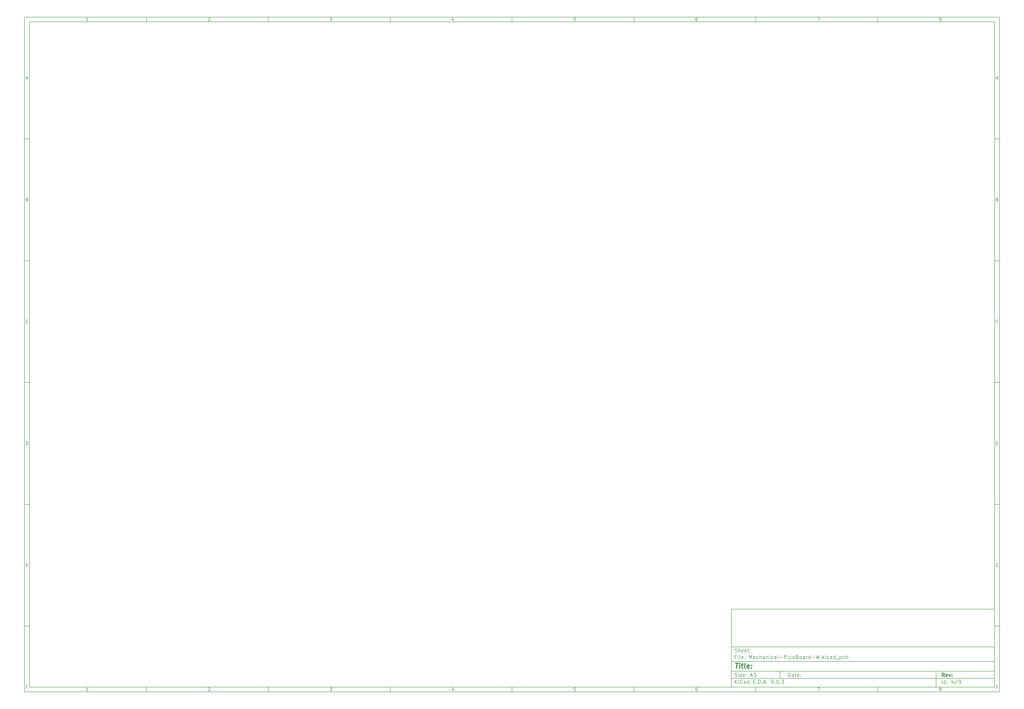
<source format=gbp>
%TF.GenerationSoftware,KiCad,Pcbnew,9.0.3*%
%TF.CreationDate,2025-07-17T14:52:48+05:30*%
%TF.ProjectId,Mechanical-PicoBoard-W,4d656368-616e-4696-9361-6c2d5069636f,rev?*%
%TF.SameCoordinates,Original*%
%TF.FileFunction,Paste,Bot*%
%TF.FilePolarity,Positive*%
%FSLAX46Y46*%
G04 Gerber Fmt 4.6, Leading zero omitted, Abs format (unit mm)*
G04 Created by KiCad (PCBNEW 9.0.3) date 2025-07-17 14:52:48*
%MOMM*%
%LPD*%
G01*
G04 APERTURE LIST*
%ADD10C,0.100000*%
%ADD11C,0.150000*%
%ADD12C,0.300000*%
%ADD13C,0.400000*%
G04 APERTURE END LIST*
D10*
D11*
X299989000Y-253002200D02*
X407989000Y-253002200D01*
X407989000Y-285002200D01*
X299989000Y-285002200D01*
X299989000Y-253002200D01*
D10*
D11*
X10000000Y-10000000D02*
X409989000Y-10000000D01*
X409989000Y-287002200D01*
X10000000Y-287002200D01*
X10000000Y-10000000D01*
D10*
D11*
X12000000Y-12000000D02*
X407989000Y-12000000D01*
X407989000Y-285002200D01*
X12000000Y-285002200D01*
X12000000Y-12000000D01*
D10*
D11*
X60000000Y-12000000D02*
X60000000Y-10000000D01*
D10*
D11*
X110000000Y-12000000D02*
X110000000Y-10000000D01*
D10*
D11*
X160000000Y-12000000D02*
X160000000Y-10000000D01*
D10*
D11*
X210000000Y-12000000D02*
X210000000Y-10000000D01*
D10*
D11*
X260000000Y-12000000D02*
X260000000Y-10000000D01*
D10*
D11*
X310000000Y-12000000D02*
X310000000Y-10000000D01*
D10*
D11*
X360000000Y-12000000D02*
X360000000Y-10000000D01*
D10*
D11*
X36089160Y-11593604D02*
X35346303Y-11593604D01*
X35717731Y-11593604D02*
X35717731Y-10293604D01*
X35717731Y-10293604D02*
X35593922Y-10479319D01*
X35593922Y-10479319D02*
X35470112Y-10603128D01*
X35470112Y-10603128D02*
X35346303Y-10665033D01*
D10*
D11*
X85346303Y-10417414D02*
X85408207Y-10355509D01*
X85408207Y-10355509D02*
X85532017Y-10293604D01*
X85532017Y-10293604D02*
X85841541Y-10293604D01*
X85841541Y-10293604D02*
X85965350Y-10355509D01*
X85965350Y-10355509D02*
X86027255Y-10417414D01*
X86027255Y-10417414D02*
X86089160Y-10541223D01*
X86089160Y-10541223D02*
X86089160Y-10665033D01*
X86089160Y-10665033D02*
X86027255Y-10850747D01*
X86027255Y-10850747D02*
X85284398Y-11593604D01*
X85284398Y-11593604D02*
X86089160Y-11593604D01*
D10*
D11*
X135284398Y-10293604D02*
X136089160Y-10293604D01*
X136089160Y-10293604D02*
X135655826Y-10788842D01*
X135655826Y-10788842D02*
X135841541Y-10788842D01*
X135841541Y-10788842D02*
X135965350Y-10850747D01*
X135965350Y-10850747D02*
X136027255Y-10912652D01*
X136027255Y-10912652D02*
X136089160Y-11036461D01*
X136089160Y-11036461D02*
X136089160Y-11345985D01*
X136089160Y-11345985D02*
X136027255Y-11469795D01*
X136027255Y-11469795D02*
X135965350Y-11531700D01*
X135965350Y-11531700D02*
X135841541Y-11593604D01*
X135841541Y-11593604D02*
X135470112Y-11593604D01*
X135470112Y-11593604D02*
X135346303Y-11531700D01*
X135346303Y-11531700D02*
X135284398Y-11469795D01*
D10*
D11*
X185965350Y-10726938D02*
X185965350Y-11593604D01*
X185655826Y-10231700D02*
X185346303Y-11160271D01*
X185346303Y-11160271D02*
X186151064Y-11160271D01*
D10*
D11*
X236027255Y-10293604D02*
X235408207Y-10293604D01*
X235408207Y-10293604D02*
X235346303Y-10912652D01*
X235346303Y-10912652D02*
X235408207Y-10850747D01*
X235408207Y-10850747D02*
X235532017Y-10788842D01*
X235532017Y-10788842D02*
X235841541Y-10788842D01*
X235841541Y-10788842D02*
X235965350Y-10850747D01*
X235965350Y-10850747D02*
X236027255Y-10912652D01*
X236027255Y-10912652D02*
X236089160Y-11036461D01*
X236089160Y-11036461D02*
X236089160Y-11345985D01*
X236089160Y-11345985D02*
X236027255Y-11469795D01*
X236027255Y-11469795D02*
X235965350Y-11531700D01*
X235965350Y-11531700D02*
X235841541Y-11593604D01*
X235841541Y-11593604D02*
X235532017Y-11593604D01*
X235532017Y-11593604D02*
X235408207Y-11531700D01*
X235408207Y-11531700D02*
X235346303Y-11469795D01*
D10*
D11*
X285965350Y-10293604D02*
X285717731Y-10293604D01*
X285717731Y-10293604D02*
X285593922Y-10355509D01*
X285593922Y-10355509D02*
X285532017Y-10417414D01*
X285532017Y-10417414D02*
X285408207Y-10603128D01*
X285408207Y-10603128D02*
X285346303Y-10850747D01*
X285346303Y-10850747D02*
X285346303Y-11345985D01*
X285346303Y-11345985D02*
X285408207Y-11469795D01*
X285408207Y-11469795D02*
X285470112Y-11531700D01*
X285470112Y-11531700D02*
X285593922Y-11593604D01*
X285593922Y-11593604D02*
X285841541Y-11593604D01*
X285841541Y-11593604D02*
X285965350Y-11531700D01*
X285965350Y-11531700D02*
X286027255Y-11469795D01*
X286027255Y-11469795D02*
X286089160Y-11345985D01*
X286089160Y-11345985D02*
X286089160Y-11036461D01*
X286089160Y-11036461D02*
X286027255Y-10912652D01*
X286027255Y-10912652D02*
X285965350Y-10850747D01*
X285965350Y-10850747D02*
X285841541Y-10788842D01*
X285841541Y-10788842D02*
X285593922Y-10788842D01*
X285593922Y-10788842D02*
X285470112Y-10850747D01*
X285470112Y-10850747D02*
X285408207Y-10912652D01*
X285408207Y-10912652D02*
X285346303Y-11036461D01*
D10*
D11*
X335284398Y-10293604D02*
X336151064Y-10293604D01*
X336151064Y-10293604D02*
X335593922Y-11593604D01*
D10*
D11*
X385593922Y-10850747D02*
X385470112Y-10788842D01*
X385470112Y-10788842D02*
X385408207Y-10726938D01*
X385408207Y-10726938D02*
X385346303Y-10603128D01*
X385346303Y-10603128D02*
X385346303Y-10541223D01*
X385346303Y-10541223D02*
X385408207Y-10417414D01*
X385408207Y-10417414D02*
X385470112Y-10355509D01*
X385470112Y-10355509D02*
X385593922Y-10293604D01*
X385593922Y-10293604D02*
X385841541Y-10293604D01*
X385841541Y-10293604D02*
X385965350Y-10355509D01*
X385965350Y-10355509D02*
X386027255Y-10417414D01*
X386027255Y-10417414D02*
X386089160Y-10541223D01*
X386089160Y-10541223D02*
X386089160Y-10603128D01*
X386089160Y-10603128D02*
X386027255Y-10726938D01*
X386027255Y-10726938D02*
X385965350Y-10788842D01*
X385965350Y-10788842D02*
X385841541Y-10850747D01*
X385841541Y-10850747D02*
X385593922Y-10850747D01*
X385593922Y-10850747D02*
X385470112Y-10912652D01*
X385470112Y-10912652D02*
X385408207Y-10974557D01*
X385408207Y-10974557D02*
X385346303Y-11098366D01*
X385346303Y-11098366D02*
X385346303Y-11345985D01*
X385346303Y-11345985D02*
X385408207Y-11469795D01*
X385408207Y-11469795D02*
X385470112Y-11531700D01*
X385470112Y-11531700D02*
X385593922Y-11593604D01*
X385593922Y-11593604D02*
X385841541Y-11593604D01*
X385841541Y-11593604D02*
X385965350Y-11531700D01*
X385965350Y-11531700D02*
X386027255Y-11469795D01*
X386027255Y-11469795D02*
X386089160Y-11345985D01*
X386089160Y-11345985D02*
X386089160Y-11098366D01*
X386089160Y-11098366D02*
X386027255Y-10974557D01*
X386027255Y-10974557D02*
X385965350Y-10912652D01*
X385965350Y-10912652D02*
X385841541Y-10850747D01*
D10*
D11*
X60000000Y-285002200D02*
X60000000Y-287002200D01*
D10*
D11*
X110000000Y-285002200D02*
X110000000Y-287002200D01*
D10*
D11*
X160000000Y-285002200D02*
X160000000Y-287002200D01*
D10*
D11*
X210000000Y-285002200D02*
X210000000Y-287002200D01*
D10*
D11*
X260000000Y-285002200D02*
X260000000Y-287002200D01*
D10*
D11*
X310000000Y-285002200D02*
X310000000Y-287002200D01*
D10*
D11*
X360000000Y-285002200D02*
X360000000Y-287002200D01*
D10*
D11*
X36089160Y-286595804D02*
X35346303Y-286595804D01*
X35717731Y-286595804D02*
X35717731Y-285295804D01*
X35717731Y-285295804D02*
X35593922Y-285481519D01*
X35593922Y-285481519D02*
X35470112Y-285605328D01*
X35470112Y-285605328D02*
X35346303Y-285667233D01*
D10*
D11*
X85346303Y-285419614D02*
X85408207Y-285357709D01*
X85408207Y-285357709D02*
X85532017Y-285295804D01*
X85532017Y-285295804D02*
X85841541Y-285295804D01*
X85841541Y-285295804D02*
X85965350Y-285357709D01*
X85965350Y-285357709D02*
X86027255Y-285419614D01*
X86027255Y-285419614D02*
X86089160Y-285543423D01*
X86089160Y-285543423D02*
X86089160Y-285667233D01*
X86089160Y-285667233D02*
X86027255Y-285852947D01*
X86027255Y-285852947D02*
X85284398Y-286595804D01*
X85284398Y-286595804D02*
X86089160Y-286595804D01*
D10*
D11*
X135284398Y-285295804D02*
X136089160Y-285295804D01*
X136089160Y-285295804D02*
X135655826Y-285791042D01*
X135655826Y-285791042D02*
X135841541Y-285791042D01*
X135841541Y-285791042D02*
X135965350Y-285852947D01*
X135965350Y-285852947D02*
X136027255Y-285914852D01*
X136027255Y-285914852D02*
X136089160Y-286038661D01*
X136089160Y-286038661D02*
X136089160Y-286348185D01*
X136089160Y-286348185D02*
X136027255Y-286471995D01*
X136027255Y-286471995D02*
X135965350Y-286533900D01*
X135965350Y-286533900D02*
X135841541Y-286595804D01*
X135841541Y-286595804D02*
X135470112Y-286595804D01*
X135470112Y-286595804D02*
X135346303Y-286533900D01*
X135346303Y-286533900D02*
X135284398Y-286471995D01*
D10*
D11*
X185965350Y-285729138D02*
X185965350Y-286595804D01*
X185655826Y-285233900D02*
X185346303Y-286162471D01*
X185346303Y-286162471D02*
X186151064Y-286162471D01*
D10*
D11*
X236027255Y-285295804D02*
X235408207Y-285295804D01*
X235408207Y-285295804D02*
X235346303Y-285914852D01*
X235346303Y-285914852D02*
X235408207Y-285852947D01*
X235408207Y-285852947D02*
X235532017Y-285791042D01*
X235532017Y-285791042D02*
X235841541Y-285791042D01*
X235841541Y-285791042D02*
X235965350Y-285852947D01*
X235965350Y-285852947D02*
X236027255Y-285914852D01*
X236027255Y-285914852D02*
X236089160Y-286038661D01*
X236089160Y-286038661D02*
X236089160Y-286348185D01*
X236089160Y-286348185D02*
X236027255Y-286471995D01*
X236027255Y-286471995D02*
X235965350Y-286533900D01*
X235965350Y-286533900D02*
X235841541Y-286595804D01*
X235841541Y-286595804D02*
X235532017Y-286595804D01*
X235532017Y-286595804D02*
X235408207Y-286533900D01*
X235408207Y-286533900D02*
X235346303Y-286471995D01*
D10*
D11*
X285965350Y-285295804D02*
X285717731Y-285295804D01*
X285717731Y-285295804D02*
X285593922Y-285357709D01*
X285593922Y-285357709D02*
X285532017Y-285419614D01*
X285532017Y-285419614D02*
X285408207Y-285605328D01*
X285408207Y-285605328D02*
X285346303Y-285852947D01*
X285346303Y-285852947D02*
X285346303Y-286348185D01*
X285346303Y-286348185D02*
X285408207Y-286471995D01*
X285408207Y-286471995D02*
X285470112Y-286533900D01*
X285470112Y-286533900D02*
X285593922Y-286595804D01*
X285593922Y-286595804D02*
X285841541Y-286595804D01*
X285841541Y-286595804D02*
X285965350Y-286533900D01*
X285965350Y-286533900D02*
X286027255Y-286471995D01*
X286027255Y-286471995D02*
X286089160Y-286348185D01*
X286089160Y-286348185D02*
X286089160Y-286038661D01*
X286089160Y-286038661D02*
X286027255Y-285914852D01*
X286027255Y-285914852D02*
X285965350Y-285852947D01*
X285965350Y-285852947D02*
X285841541Y-285791042D01*
X285841541Y-285791042D02*
X285593922Y-285791042D01*
X285593922Y-285791042D02*
X285470112Y-285852947D01*
X285470112Y-285852947D02*
X285408207Y-285914852D01*
X285408207Y-285914852D02*
X285346303Y-286038661D01*
D10*
D11*
X335284398Y-285295804D02*
X336151064Y-285295804D01*
X336151064Y-285295804D02*
X335593922Y-286595804D01*
D10*
D11*
X385593922Y-285852947D02*
X385470112Y-285791042D01*
X385470112Y-285791042D02*
X385408207Y-285729138D01*
X385408207Y-285729138D02*
X385346303Y-285605328D01*
X385346303Y-285605328D02*
X385346303Y-285543423D01*
X385346303Y-285543423D02*
X385408207Y-285419614D01*
X385408207Y-285419614D02*
X385470112Y-285357709D01*
X385470112Y-285357709D02*
X385593922Y-285295804D01*
X385593922Y-285295804D02*
X385841541Y-285295804D01*
X385841541Y-285295804D02*
X385965350Y-285357709D01*
X385965350Y-285357709D02*
X386027255Y-285419614D01*
X386027255Y-285419614D02*
X386089160Y-285543423D01*
X386089160Y-285543423D02*
X386089160Y-285605328D01*
X386089160Y-285605328D02*
X386027255Y-285729138D01*
X386027255Y-285729138D02*
X385965350Y-285791042D01*
X385965350Y-285791042D02*
X385841541Y-285852947D01*
X385841541Y-285852947D02*
X385593922Y-285852947D01*
X385593922Y-285852947D02*
X385470112Y-285914852D01*
X385470112Y-285914852D02*
X385408207Y-285976757D01*
X385408207Y-285976757D02*
X385346303Y-286100566D01*
X385346303Y-286100566D02*
X385346303Y-286348185D01*
X385346303Y-286348185D02*
X385408207Y-286471995D01*
X385408207Y-286471995D02*
X385470112Y-286533900D01*
X385470112Y-286533900D02*
X385593922Y-286595804D01*
X385593922Y-286595804D02*
X385841541Y-286595804D01*
X385841541Y-286595804D02*
X385965350Y-286533900D01*
X385965350Y-286533900D02*
X386027255Y-286471995D01*
X386027255Y-286471995D02*
X386089160Y-286348185D01*
X386089160Y-286348185D02*
X386089160Y-286100566D01*
X386089160Y-286100566D02*
X386027255Y-285976757D01*
X386027255Y-285976757D02*
X385965350Y-285914852D01*
X385965350Y-285914852D02*
X385841541Y-285852947D01*
D10*
D11*
X10000000Y-60000000D02*
X12000000Y-60000000D01*
D10*
D11*
X10000000Y-110000000D02*
X12000000Y-110000000D01*
D10*
D11*
X10000000Y-160000000D02*
X12000000Y-160000000D01*
D10*
D11*
X10000000Y-210000000D02*
X12000000Y-210000000D01*
D10*
D11*
X10000000Y-260000000D02*
X12000000Y-260000000D01*
D10*
D11*
X10690476Y-35222176D02*
X11309523Y-35222176D01*
X10566666Y-35593604D02*
X10999999Y-34293604D01*
X10999999Y-34293604D02*
X11433333Y-35593604D01*
D10*
D11*
X11092857Y-84912652D02*
X11278571Y-84974557D01*
X11278571Y-84974557D02*
X11340476Y-85036461D01*
X11340476Y-85036461D02*
X11402380Y-85160271D01*
X11402380Y-85160271D02*
X11402380Y-85345985D01*
X11402380Y-85345985D02*
X11340476Y-85469795D01*
X11340476Y-85469795D02*
X11278571Y-85531700D01*
X11278571Y-85531700D02*
X11154761Y-85593604D01*
X11154761Y-85593604D02*
X10659523Y-85593604D01*
X10659523Y-85593604D02*
X10659523Y-84293604D01*
X10659523Y-84293604D02*
X11092857Y-84293604D01*
X11092857Y-84293604D02*
X11216666Y-84355509D01*
X11216666Y-84355509D02*
X11278571Y-84417414D01*
X11278571Y-84417414D02*
X11340476Y-84541223D01*
X11340476Y-84541223D02*
X11340476Y-84665033D01*
X11340476Y-84665033D02*
X11278571Y-84788842D01*
X11278571Y-84788842D02*
X11216666Y-84850747D01*
X11216666Y-84850747D02*
X11092857Y-84912652D01*
X11092857Y-84912652D02*
X10659523Y-84912652D01*
D10*
D11*
X11402380Y-135469795D02*
X11340476Y-135531700D01*
X11340476Y-135531700D02*
X11154761Y-135593604D01*
X11154761Y-135593604D02*
X11030952Y-135593604D01*
X11030952Y-135593604D02*
X10845238Y-135531700D01*
X10845238Y-135531700D02*
X10721428Y-135407890D01*
X10721428Y-135407890D02*
X10659523Y-135284080D01*
X10659523Y-135284080D02*
X10597619Y-135036461D01*
X10597619Y-135036461D02*
X10597619Y-134850747D01*
X10597619Y-134850747D02*
X10659523Y-134603128D01*
X10659523Y-134603128D02*
X10721428Y-134479319D01*
X10721428Y-134479319D02*
X10845238Y-134355509D01*
X10845238Y-134355509D02*
X11030952Y-134293604D01*
X11030952Y-134293604D02*
X11154761Y-134293604D01*
X11154761Y-134293604D02*
X11340476Y-134355509D01*
X11340476Y-134355509D02*
X11402380Y-134417414D01*
D10*
D11*
X10659523Y-185593604D02*
X10659523Y-184293604D01*
X10659523Y-184293604D02*
X10969047Y-184293604D01*
X10969047Y-184293604D02*
X11154761Y-184355509D01*
X11154761Y-184355509D02*
X11278571Y-184479319D01*
X11278571Y-184479319D02*
X11340476Y-184603128D01*
X11340476Y-184603128D02*
X11402380Y-184850747D01*
X11402380Y-184850747D02*
X11402380Y-185036461D01*
X11402380Y-185036461D02*
X11340476Y-185284080D01*
X11340476Y-185284080D02*
X11278571Y-185407890D01*
X11278571Y-185407890D02*
X11154761Y-185531700D01*
X11154761Y-185531700D02*
X10969047Y-185593604D01*
X10969047Y-185593604D02*
X10659523Y-185593604D01*
D10*
D11*
X10721428Y-234912652D02*
X11154762Y-234912652D01*
X11340476Y-235593604D02*
X10721428Y-235593604D01*
X10721428Y-235593604D02*
X10721428Y-234293604D01*
X10721428Y-234293604D02*
X11340476Y-234293604D01*
D10*
D11*
X11185714Y-284912652D02*
X10752380Y-284912652D01*
X10752380Y-285593604D02*
X10752380Y-284293604D01*
X10752380Y-284293604D02*
X11371428Y-284293604D01*
D10*
D11*
X409989000Y-60000000D02*
X407989000Y-60000000D01*
D10*
D11*
X409989000Y-110000000D02*
X407989000Y-110000000D01*
D10*
D11*
X409989000Y-160000000D02*
X407989000Y-160000000D01*
D10*
D11*
X409989000Y-210000000D02*
X407989000Y-210000000D01*
D10*
D11*
X409989000Y-260000000D02*
X407989000Y-260000000D01*
D10*
D11*
X408679476Y-35222176D02*
X409298523Y-35222176D01*
X408555666Y-35593604D02*
X408988999Y-34293604D01*
X408988999Y-34293604D02*
X409422333Y-35593604D01*
D10*
D11*
X409081857Y-84912652D02*
X409267571Y-84974557D01*
X409267571Y-84974557D02*
X409329476Y-85036461D01*
X409329476Y-85036461D02*
X409391380Y-85160271D01*
X409391380Y-85160271D02*
X409391380Y-85345985D01*
X409391380Y-85345985D02*
X409329476Y-85469795D01*
X409329476Y-85469795D02*
X409267571Y-85531700D01*
X409267571Y-85531700D02*
X409143761Y-85593604D01*
X409143761Y-85593604D02*
X408648523Y-85593604D01*
X408648523Y-85593604D02*
X408648523Y-84293604D01*
X408648523Y-84293604D02*
X409081857Y-84293604D01*
X409081857Y-84293604D02*
X409205666Y-84355509D01*
X409205666Y-84355509D02*
X409267571Y-84417414D01*
X409267571Y-84417414D02*
X409329476Y-84541223D01*
X409329476Y-84541223D02*
X409329476Y-84665033D01*
X409329476Y-84665033D02*
X409267571Y-84788842D01*
X409267571Y-84788842D02*
X409205666Y-84850747D01*
X409205666Y-84850747D02*
X409081857Y-84912652D01*
X409081857Y-84912652D02*
X408648523Y-84912652D01*
D10*
D11*
X409391380Y-135469795D02*
X409329476Y-135531700D01*
X409329476Y-135531700D02*
X409143761Y-135593604D01*
X409143761Y-135593604D02*
X409019952Y-135593604D01*
X409019952Y-135593604D02*
X408834238Y-135531700D01*
X408834238Y-135531700D02*
X408710428Y-135407890D01*
X408710428Y-135407890D02*
X408648523Y-135284080D01*
X408648523Y-135284080D02*
X408586619Y-135036461D01*
X408586619Y-135036461D02*
X408586619Y-134850747D01*
X408586619Y-134850747D02*
X408648523Y-134603128D01*
X408648523Y-134603128D02*
X408710428Y-134479319D01*
X408710428Y-134479319D02*
X408834238Y-134355509D01*
X408834238Y-134355509D02*
X409019952Y-134293604D01*
X409019952Y-134293604D02*
X409143761Y-134293604D01*
X409143761Y-134293604D02*
X409329476Y-134355509D01*
X409329476Y-134355509D02*
X409391380Y-134417414D01*
D10*
D11*
X408648523Y-185593604D02*
X408648523Y-184293604D01*
X408648523Y-184293604D02*
X408958047Y-184293604D01*
X408958047Y-184293604D02*
X409143761Y-184355509D01*
X409143761Y-184355509D02*
X409267571Y-184479319D01*
X409267571Y-184479319D02*
X409329476Y-184603128D01*
X409329476Y-184603128D02*
X409391380Y-184850747D01*
X409391380Y-184850747D02*
X409391380Y-185036461D01*
X409391380Y-185036461D02*
X409329476Y-185284080D01*
X409329476Y-185284080D02*
X409267571Y-185407890D01*
X409267571Y-185407890D02*
X409143761Y-185531700D01*
X409143761Y-185531700D02*
X408958047Y-185593604D01*
X408958047Y-185593604D02*
X408648523Y-185593604D01*
D10*
D11*
X408710428Y-234912652D02*
X409143762Y-234912652D01*
X409329476Y-235593604D02*
X408710428Y-235593604D01*
X408710428Y-235593604D02*
X408710428Y-234293604D01*
X408710428Y-234293604D02*
X409329476Y-234293604D01*
D10*
D11*
X409174714Y-284912652D02*
X408741380Y-284912652D01*
X408741380Y-285593604D02*
X408741380Y-284293604D01*
X408741380Y-284293604D02*
X409360428Y-284293604D01*
D10*
D11*
X323444826Y-280788328D02*
X323444826Y-279288328D01*
X323444826Y-279288328D02*
X323801969Y-279288328D01*
X323801969Y-279288328D02*
X324016255Y-279359757D01*
X324016255Y-279359757D02*
X324159112Y-279502614D01*
X324159112Y-279502614D02*
X324230541Y-279645471D01*
X324230541Y-279645471D02*
X324301969Y-279931185D01*
X324301969Y-279931185D02*
X324301969Y-280145471D01*
X324301969Y-280145471D02*
X324230541Y-280431185D01*
X324230541Y-280431185D02*
X324159112Y-280574042D01*
X324159112Y-280574042D02*
X324016255Y-280716900D01*
X324016255Y-280716900D02*
X323801969Y-280788328D01*
X323801969Y-280788328D02*
X323444826Y-280788328D01*
X325587684Y-280788328D02*
X325587684Y-280002614D01*
X325587684Y-280002614D02*
X325516255Y-279859757D01*
X325516255Y-279859757D02*
X325373398Y-279788328D01*
X325373398Y-279788328D02*
X325087684Y-279788328D01*
X325087684Y-279788328D02*
X324944826Y-279859757D01*
X325587684Y-280716900D02*
X325444826Y-280788328D01*
X325444826Y-280788328D02*
X325087684Y-280788328D01*
X325087684Y-280788328D02*
X324944826Y-280716900D01*
X324944826Y-280716900D02*
X324873398Y-280574042D01*
X324873398Y-280574042D02*
X324873398Y-280431185D01*
X324873398Y-280431185D02*
X324944826Y-280288328D01*
X324944826Y-280288328D02*
X325087684Y-280216900D01*
X325087684Y-280216900D02*
X325444826Y-280216900D01*
X325444826Y-280216900D02*
X325587684Y-280145471D01*
X326087684Y-279788328D02*
X326659112Y-279788328D01*
X326301969Y-279288328D02*
X326301969Y-280574042D01*
X326301969Y-280574042D02*
X326373398Y-280716900D01*
X326373398Y-280716900D02*
X326516255Y-280788328D01*
X326516255Y-280788328D02*
X326659112Y-280788328D01*
X327730541Y-280716900D02*
X327587684Y-280788328D01*
X327587684Y-280788328D02*
X327301970Y-280788328D01*
X327301970Y-280788328D02*
X327159112Y-280716900D01*
X327159112Y-280716900D02*
X327087684Y-280574042D01*
X327087684Y-280574042D02*
X327087684Y-280002614D01*
X327087684Y-280002614D02*
X327159112Y-279859757D01*
X327159112Y-279859757D02*
X327301970Y-279788328D01*
X327301970Y-279788328D02*
X327587684Y-279788328D01*
X327587684Y-279788328D02*
X327730541Y-279859757D01*
X327730541Y-279859757D02*
X327801970Y-280002614D01*
X327801970Y-280002614D02*
X327801970Y-280145471D01*
X327801970Y-280145471D02*
X327087684Y-280288328D01*
X328444826Y-280645471D02*
X328516255Y-280716900D01*
X328516255Y-280716900D02*
X328444826Y-280788328D01*
X328444826Y-280788328D02*
X328373398Y-280716900D01*
X328373398Y-280716900D02*
X328444826Y-280645471D01*
X328444826Y-280645471D02*
X328444826Y-280788328D01*
X328444826Y-279859757D02*
X328516255Y-279931185D01*
X328516255Y-279931185D02*
X328444826Y-280002614D01*
X328444826Y-280002614D02*
X328373398Y-279931185D01*
X328373398Y-279931185D02*
X328444826Y-279859757D01*
X328444826Y-279859757D02*
X328444826Y-280002614D01*
D10*
D11*
X299989000Y-281502200D02*
X407989000Y-281502200D01*
D10*
D11*
X301444826Y-283588328D02*
X301444826Y-282088328D01*
X302301969Y-283588328D02*
X301659112Y-282731185D01*
X302301969Y-282088328D02*
X301444826Y-282945471D01*
X302944826Y-283588328D02*
X302944826Y-282588328D01*
X302944826Y-282088328D02*
X302873398Y-282159757D01*
X302873398Y-282159757D02*
X302944826Y-282231185D01*
X302944826Y-282231185D02*
X303016255Y-282159757D01*
X303016255Y-282159757D02*
X302944826Y-282088328D01*
X302944826Y-282088328D02*
X302944826Y-282231185D01*
X304516255Y-283445471D02*
X304444827Y-283516900D01*
X304444827Y-283516900D02*
X304230541Y-283588328D01*
X304230541Y-283588328D02*
X304087684Y-283588328D01*
X304087684Y-283588328D02*
X303873398Y-283516900D01*
X303873398Y-283516900D02*
X303730541Y-283374042D01*
X303730541Y-283374042D02*
X303659112Y-283231185D01*
X303659112Y-283231185D02*
X303587684Y-282945471D01*
X303587684Y-282945471D02*
X303587684Y-282731185D01*
X303587684Y-282731185D02*
X303659112Y-282445471D01*
X303659112Y-282445471D02*
X303730541Y-282302614D01*
X303730541Y-282302614D02*
X303873398Y-282159757D01*
X303873398Y-282159757D02*
X304087684Y-282088328D01*
X304087684Y-282088328D02*
X304230541Y-282088328D01*
X304230541Y-282088328D02*
X304444827Y-282159757D01*
X304444827Y-282159757D02*
X304516255Y-282231185D01*
X305801970Y-283588328D02*
X305801970Y-282802614D01*
X305801970Y-282802614D02*
X305730541Y-282659757D01*
X305730541Y-282659757D02*
X305587684Y-282588328D01*
X305587684Y-282588328D02*
X305301970Y-282588328D01*
X305301970Y-282588328D02*
X305159112Y-282659757D01*
X305801970Y-283516900D02*
X305659112Y-283588328D01*
X305659112Y-283588328D02*
X305301970Y-283588328D01*
X305301970Y-283588328D02*
X305159112Y-283516900D01*
X305159112Y-283516900D02*
X305087684Y-283374042D01*
X305087684Y-283374042D02*
X305087684Y-283231185D01*
X305087684Y-283231185D02*
X305159112Y-283088328D01*
X305159112Y-283088328D02*
X305301970Y-283016900D01*
X305301970Y-283016900D02*
X305659112Y-283016900D01*
X305659112Y-283016900D02*
X305801970Y-282945471D01*
X307159113Y-283588328D02*
X307159113Y-282088328D01*
X307159113Y-283516900D02*
X307016255Y-283588328D01*
X307016255Y-283588328D02*
X306730541Y-283588328D01*
X306730541Y-283588328D02*
X306587684Y-283516900D01*
X306587684Y-283516900D02*
X306516255Y-283445471D01*
X306516255Y-283445471D02*
X306444827Y-283302614D01*
X306444827Y-283302614D02*
X306444827Y-282874042D01*
X306444827Y-282874042D02*
X306516255Y-282731185D01*
X306516255Y-282731185D02*
X306587684Y-282659757D01*
X306587684Y-282659757D02*
X306730541Y-282588328D01*
X306730541Y-282588328D02*
X307016255Y-282588328D01*
X307016255Y-282588328D02*
X307159113Y-282659757D01*
X309016255Y-282802614D02*
X309516255Y-282802614D01*
X309730541Y-283588328D02*
X309016255Y-283588328D01*
X309016255Y-283588328D02*
X309016255Y-282088328D01*
X309016255Y-282088328D02*
X309730541Y-282088328D01*
X310373398Y-283445471D02*
X310444827Y-283516900D01*
X310444827Y-283516900D02*
X310373398Y-283588328D01*
X310373398Y-283588328D02*
X310301970Y-283516900D01*
X310301970Y-283516900D02*
X310373398Y-283445471D01*
X310373398Y-283445471D02*
X310373398Y-283588328D01*
X311087684Y-283588328D02*
X311087684Y-282088328D01*
X311087684Y-282088328D02*
X311444827Y-282088328D01*
X311444827Y-282088328D02*
X311659113Y-282159757D01*
X311659113Y-282159757D02*
X311801970Y-282302614D01*
X311801970Y-282302614D02*
X311873399Y-282445471D01*
X311873399Y-282445471D02*
X311944827Y-282731185D01*
X311944827Y-282731185D02*
X311944827Y-282945471D01*
X311944827Y-282945471D02*
X311873399Y-283231185D01*
X311873399Y-283231185D02*
X311801970Y-283374042D01*
X311801970Y-283374042D02*
X311659113Y-283516900D01*
X311659113Y-283516900D02*
X311444827Y-283588328D01*
X311444827Y-283588328D02*
X311087684Y-283588328D01*
X312587684Y-283445471D02*
X312659113Y-283516900D01*
X312659113Y-283516900D02*
X312587684Y-283588328D01*
X312587684Y-283588328D02*
X312516256Y-283516900D01*
X312516256Y-283516900D02*
X312587684Y-283445471D01*
X312587684Y-283445471D02*
X312587684Y-283588328D01*
X313230542Y-283159757D02*
X313944828Y-283159757D01*
X313087685Y-283588328D02*
X313587685Y-282088328D01*
X313587685Y-282088328D02*
X314087685Y-283588328D01*
X314587684Y-283445471D02*
X314659113Y-283516900D01*
X314659113Y-283516900D02*
X314587684Y-283588328D01*
X314587684Y-283588328D02*
X314516256Y-283516900D01*
X314516256Y-283516900D02*
X314587684Y-283445471D01*
X314587684Y-283445471D02*
X314587684Y-283588328D01*
X316516256Y-283588328D02*
X316801970Y-283588328D01*
X316801970Y-283588328D02*
X316944827Y-283516900D01*
X316944827Y-283516900D02*
X317016256Y-283445471D01*
X317016256Y-283445471D02*
X317159113Y-283231185D01*
X317159113Y-283231185D02*
X317230542Y-282945471D01*
X317230542Y-282945471D02*
X317230542Y-282374042D01*
X317230542Y-282374042D02*
X317159113Y-282231185D01*
X317159113Y-282231185D02*
X317087685Y-282159757D01*
X317087685Y-282159757D02*
X316944827Y-282088328D01*
X316944827Y-282088328D02*
X316659113Y-282088328D01*
X316659113Y-282088328D02*
X316516256Y-282159757D01*
X316516256Y-282159757D02*
X316444827Y-282231185D01*
X316444827Y-282231185D02*
X316373399Y-282374042D01*
X316373399Y-282374042D02*
X316373399Y-282731185D01*
X316373399Y-282731185D02*
X316444827Y-282874042D01*
X316444827Y-282874042D02*
X316516256Y-282945471D01*
X316516256Y-282945471D02*
X316659113Y-283016900D01*
X316659113Y-283016900D02*
X316944827Y-283016900D01*
X316944827Y-283016900D02*
X317087685Y-282945471D01*
X317087685Y-282945471D02*
X317159113Y-282874042D01*
X317159113Y-282874042D02*
X317230542Y-282731185D01*
X317873398Y-283445471D02*
X317944827Y-283516900D01*
X317944827Y-283516900D02*
X317873398Y-283588328D01*
X317873398Y-283588328D02*
X317801970Y-283516900D01*
X317801970Y-283516900D02*
X317873398Y-283445471D01*
X317873398Y-283445471D02*
X317873398Y-283588328D01*
X318873399Y-282088328D02*
X319016256Y-282088328D01*
X319016256Y-282088328D02*
X319159113Y-282159757D01*
X319159113Y-282159757D02*
X319230542Y-282231185D01*
X319230542Y-282231185D02*
X319301970Y-282374042D01*
X319301970Y-282374042D02*
X319373399Y-282659757D01*
X319373399Y-282659757D02*
X319373399Y-283016900D01*
X319373399Y-283016900D02*
X319301970Y-283302614D01*
X319301970Y-283302614D02*
X319230542Y-283445471D01*
X319230542Y-283445471D02*
X319159113Y-283516900D01*
X319159113Y-283516900D02*
X319016256Y-283588328D01*
X319016256Y-283588328D02*
X318873399Y-283588328D01*
X318873399Y-283588328D02*
X318730542Y-283516900D01*
X318730542Y-283516900D02*
X318659113Y-283445471D01*
X318659113Y-283445471D02*
X318587684Y-283302614D01*
X318587684Y-283302614D02*
X318516256Y-283016900D01*
X318516256Y-283016900D02*
X318516256Y-282659757D01*
X318516256Y-282659757D02*
X318587684Y-282374042D01*
X318587684Y-282374042D02*
X318659113Y-282231185D01*
X318659113Y-282231185D02*
X318730542Y-282159757D01*
X318730542Y-282159757D02*
X318873399Y-282088328D01*
X320016255Y-283445471D02*
X320087684Y-283516900D01*
X320087684Y-283516900D02*
X320016255Y-283588328D01*
X320016255Y-283588328D02*
X319944827Y-283516900D01*
X319944827Y-283516900D02*
X320016255Y-283445471D01*
X320016255Y-283445471D02*
X320016255Y-283588328D01*
X320587684Y-282088328D02*
X321516256Y-282088328D01*
X321516256Y-282088328D02*
X321016256Y-282659757D01*
X321016256Y-282659757D02*
X321230541Y-282659757D01*
X321230541Y-282659757D02*
X321373399Y-282731185D01*
X321373399Y-282731185D02*
X321444827Y-282802614D01*
X321444827Y-282802614D02*
X321516256Y-282945471D01*
X321516256Y-282945471D02*
X321516256Y-283302614D01*
X321516256Y-283302614D02*
X321444827Y-283445471D01*
X321444827Y-283445471D02*
X321373399Y-283516900D01*
X321373399Y-283516900D02*
X321230541Y-283588328D01*
X321230541Y-283588328D02*
X320801970Y-283588328D01*
X320801970Y-283588328D02*
X320659113Y-283516900D01*
X320659113Y-283516900D02*
X320587684Y-283445471D01*
D10*
D11*
X299989000Y-278502200D02*
X407989000Y-278502200D01*
D10*
D12*
X387400653Y-280780528D02*
X386900653Y-280066242D01*
X386543510Y-280780528D02*
X386543510Y-279280528D01*
X386543510Y-279280528D02*
X387114939Y-279280528D01*
X387114939Y-279280528D02*
X387257796Y-279351957D01*
X387257796Y-279351957D02*
X387329225Y-279423385D01*
X387329225Y-279423385D02*
X387400653Y-279566242D01*
X387400653Y-279566242D02*
X387400653Y-279780528D01*
X387400653Y-279780528D02*
X387329225Y-279923385D01*
X387329225Y-279923385D02*
X387257796Y-279994814D01*
X387257796Y-279994814D02*
X387114939Y-280066242D01*
X387114939Y-280066242D02*
X386543510Y-280066242D01*
X388614939Y-280709100D02*
X388472082Y-280780528D01*
X388472082Y-280780528D02*
X388186368Y-280780528D01*
X388186368Y-280780528D02*
X388043510Y-280709100D01*
X388043510Y-280709100D02*
X387972082Y-280566242D01*
X387972082Y-280566242D02*
X387972082Y-279994814D01*
X387972082Y-279994814D02*
X388043510Y-279851957D01*
X388043510Y-279851957D02*
X388186368Y-279780528D01*
X388186368Y-279780528D02*
X388472082Y-279780528D01*
X388472082Y-279780528D02*
X388614939Y-279851957D01*
X388614939Y-279851957D02*
X388686368Y-279994814D01*
X388686368Y-279994814D02*
X388686368Y-280137671D01*
X388686368Y-280137671D02*
X387972082Y-280280528D01*
X389186367Y-279780528D02*
X389543510Y-280780528D01*
X389543510Y-280780528D02*
X389900653Y-279780528D01*
X390472081Y-280637671D02*
X390543510Y-280709100D01*
X390543510Y-280709100D02*
X390472081Y-280780528D01*
X390472081Y-280780528D02*
X390400653Y-280709100D01*
X390400653Y-280709100D02*
X390472081Y-280637671D01*
X390472081Y-280637671D02*
X390472081Y-280780528D01*
X390472081Y-279851957D02*
X390543510Y-279923385D01*
X390543510Y-279923385D02*
X390472081Y-279994814D01*
X390472081Y-279994814D02*
X390400653Y-279923385D01*
X390400653Y-279923385D02*
X390472081Y-279851957D01*
X390472081Y-279851957D02*
X390472081Y-279994814D01*
D10*
D11*
X301373398Y-280716900D02*
X301587684Y-280788328D01*
X301587684Y-280788328D02*
X301944826Y-280788328D01*
X301944826Y-280788328D02*
X302087684Y-280716900D01*
X302087684Y-280716900D02*
X302159112Y-280645471D01*
X302159112Y-280645471D02*
X302230541Y-280502614D01*
X302230541Y-280502614D02*
X302230541Y-280359757D01*
X302230541Y-280359757D02*
X302159112Y-280216900D01*
X302159112Y-280216900D02*
X302087684Y-280145471D01*
X302087684Y-280145471D02*
X301944826Y-280074042D01*
X301944826Y-280074042D02*
X301659112Y-280002614D01*
X301659112Y-280002614D02*
X301516255Y-279931185D01*
X301516255Y-279931185D02*
X301444826Y-279859757D01*
X301444826Y-279859757D02*
X301373398Y-279716900D01*
X301373398Y-279716900D02*
X301373398Y-279574042D01*
X301373398Y-279574042D02*
X301444826Y-279431185D01*
X301444826Y-279431185D02*
X301516255Y-279359757D01*
X301516255Y-279359757D02*
X301659112Y-279288328D01*
X301659112Y-279288328D02*
X302016255Y-279288328D01*
X302016255Y-279288328D02*
X302230541Y-279359757D01*
X302873397Y-280788328D02*
X302873397Y-279788328D01*
X302873397Y-279288328D02*
X302801969Y-279359757D01*
X302801969Y-279359757D02*
X302873397Y-279431185D01*
X302873397Y-279431185D02*
X302944826Y-279359757D01*
X302944826Y-279359757D02*
X302873397Y-279288328D01*
X302873397Y-279288328D02*
X302873397Y-279431185D01*
X303444826Y-279788328D02*
X304230541Y-279788328D01*
X304230541Y-279788328D02*
X303444826Y-280788328D01*
X303444826Y-280788328D02*
X304230541Y-280788328D01*
X305373398Y-280716900D02*
X305230541Y-280788328D01*
X305230541Y-280788328D02*
X304944827Y-280788328D01*
X304944827Y-280788328D02*
X304801969Y-280716900D01*
X304801969Y-280716900D02*
X304730541Y-280574042D01*
X304730541Y-280574042D02*
X304730541Y-280002614D01*
X304730541Y-280002614D02*
X304801969Y-279859757D01*
X304801969Y-279859757D02*
X304944827Y-279788328D01*
X304944827Y-279788328D02*
X305230541Y-279788328D01*
X305230541Y-279788328D02*
X305373398Y-279859757D01*
X305373398Y-279859757D02*
X305444827Y-280002614D01*
X305444827Y-280002614D02*
X305444827Y-280145471D01*
X305444827Y-280145471D02*
X304730541Y-280288328D01*
X306087683Y-280645471D02*
X306159112Y-280716900D01*
X306159112Y-280716900D02*
X306087683Y-280788328D01*
X306087683Y-280788328D02*
X306016255Y-280716900D01*
X306016255Y-280716900D02*
X306087683Y-280645471D01*
X306087683Y-280645471D02*
X306087683Y-280788328D01*
X306087683Y-279859757D02*
X306159112Y-279931185D01*
X306159112Y-279931185D02*
X306087683Y-280002614D01*
X306087683Y-280002614D02*
X306016255Y-279931185D01*
X306016255Y-279931185D02*
X306087683Y-279859757D01*
X306087683Y-279859757D02*
X306087683Y-280002614D01*
X307873398Y-280359757D02*
X308587684Y-280359757D01*
X307730541Y-280788328D02*
X308230541Y-279288328D01*
X308230541Y-279288328D02*
X308730541Y-280788328D01*
X309087683Y-279288328D02*
X310016255Y-279288328D01*
X310016255Y-279288328D02*
X309516255Y-279859757D01*
X309516255Y-279859757D02*
X309730540Y-279859757D01*
X309730540Y-279859757D02*
X309873398Y-279931185D01*
X309873398Y-279931185D02*
X309944826Y-280002614D01*
X309944826Y-280002614D02*
X310016255Y-280145471D01*
X310016255Y-280145471D02*
X310016255Y-280502614D01*
X310016255Y-280502614D02*
X309944826Y-280645471D01*
X309944826Y-280645471D02*
X309873398Y-280716900D01*
X309873398Y-280716900D02*
X309730540Y-280788328D01*
X309730540Y-280788328D02*
X309301969Y-280788328D01*
X309301969Y-280788328D02*
X309159112Y-280716900D01*
X309159112Y-280716900D02*
X309087683Y-280645471D01*
D10*
D11*
X386444826Y-283588328D02*
X386444826Y-282088328D01*
X387801970Y-283588328D02*
X387801970Y-282088328D01*
X387801970Y-283516900D02*
X387659112Y-283588328D01*
X387659112Y-283588328D02*
X387373398Y-283588328D01*
X387373398Y-283588328D02*
X387230541Y-283516900D01*
X387230541Y-283516900D02*
X387159112Y-283445471D01*
X387159112Y-283445471D02*
X387087684Y-283302614D01*
X387087684Y-283302614D02*
X387087684Y-282874042D01*
X387087684Y-282874042D02*
X387159112Y-282731185D01*
X387159112Y-282731185D02*
X387230541Y-282659757D01*
X387230541Y-282659757D02*
X387373398Y-282588328D01*
X387373398Y-282588328D02*
X387659112Y-282588328D01*
X387659112Y-282588328D02*
X387801970Y-282659757D01*
X388516255Y-283445471D02*
X388587684Y-283516900D01*
X388587684Y-283516900D02*
X388516255Y-283588328D01*
X388516255Y-283588328D02*
X388444827Y-283516900D01*
X388444827Y-283516900D02*
X388516255Y-283445471D01*
X388516255Y-283445471D02*
X388516255Y-283588328D01*
X388516255Y-282659757D02*
X388587684Y-282731185D01*
X388587684Y-282731185D02*
X388516255Y-282802614D01*
X388516255Y-282802614D02*
X388444827Y-282731185D01*
X388444827Y-282731185D02*
X388516255Y-282659757D01*
X388516255Y-282659757D02*
X388516255Y-282802614D01*
X391016256Y-282588328D02*
X391016256Y-283588328D01*
X390659113Y-282016900D02*
X390301970Y-283088328D01*
X390301970Y-283088328D02*
X391230541Y-283088328D01*
X392873398Y-282016900D02*
X391587684Y-283945471D01*
X393444827Y-283588328D02*
X393730541Y-283588328D01*
X393730541Y-283588328D02*
X393873398Y-283516900D01*
X393873398Y-283516900D02*
X393944827Y-283445471D01*
X393944827Y-283445471D02*
X394087684Y-283231185D01*
X394087684Y-283231185D02*
X394159113Y-282945471D01*
X394159113Y-282945471D02*
X394159113Y-282374042D01*
X394159113Y-282374042D02*
X394087684Y-282231185D01*
X394087684Y-282231185D02*
X394016256Y-282159757D01*
X394016256Y-282159757D02*
X393873398Y-282088328D01*
X393873398Y-282088328D02*
X393587684Y-282088328D01*
X393587684Y-282088328D02*
X393444827Y-282159757D01*
X393444827Y-282159757D02*
X393373398Y-282231185D01*
X393373398Y-282231185D02*
X393301970Y-282374042D01*
X393301970Y-282374042D02*
X393301970Y-282731185D01*
X393301970Y-282731185D02*
X393373398Y-282874042D01*
X393373398Y-282874042D02*
X393444827Y-282945471D01*
X393444827Y-282945471D02*
X393587684Y-283016900D01*
X393587684Y-283016900D02*
X393873398Y-283016900D01*
X393873398Y-283016900D02*
X394016256Y-282945471D01*
X394016256Y-282945471D02*
X394087684Y-282874042D01*
X394087684Y-282874042D02*
X394159113Y-282731185D01*
D10*
D11*
X299989000Y-274502200D02*
X407989000Y-274502200D01*
D10*
D13*
X301680728Y-275206638D02*
X302823585Y-275206638D01*
X302002157Y-277206638D02*
X302252157Y-275206638D01*
X303240252Y-277206638D02*
X303406919Y-275873304D01*
X303490252Y-275206638D02*
X303383109Y-275301876D01*
X303383109Y-275301876D02*
X303466443Y-275397114D01*
X303466443Y-275397114D02*
X303573586Y-275301876D01*
X303573586Y-275301876D02*
X303490252Y-275206638D01*
X303490252Y-275206638D02*
X303466443Y-275397114D01*
X304073586Y-275873304D02*
X304835490Y-275873304D01*
X304442633Y-275206638D02*
X304228348Y-276920923D01*
X304228348Y-276920923D02*
X304299776Y-277111400D01*
X304299776Y-277111400D02*
X304478348Y-277206638D01*
X304478348Y-277206638D02*
X304668824Y-277206638D01*
X305621205Y-277206638D02*
X305442633Y-277111400D01*
X305442633Y-277111400D02*
X305371205Y-276920923D01*
X305371205Y-276920923D02*
X305585490Y-275206638D01*
X307156919Y-277111400D02*
X306954538Y-277206638D01*
X306954538Y-277206638D02*
X306573585Y-277206638D01*
X306573585Y-277206638D02*
X306395014Y-277111400D01*
X306395014Y-277111400D02*
X306323585Y-276920923D01*
X306323585Y-276920923D02*
X306418824Y-276159019D01*
X306418824Y-276159019D02*
X306537871Y-275968542D01*
X306537871Y-275968542D02*
X306740252Y-275873304D01*
X306740252Y-275873304D02*
X307121204Y-275873304D01*
X307121204Y-275873304D02*
X307299776Y-275968542D01*
X307299776Y-275968542D02*
X307371204Y-276159019D01*
X307371204Y-276159019D02*
X307347395Y-276349495D01*
X307347395Y-276349495D02*
X306371204Y-276539971D01*
X308121205Y-277016161D02*
X308204538Y-277111400D01*
X308204538Y-277111400D02*
X308097395Y-277206638D01*
X308097395Y-277206638D02*
X308014062Y-277111400D01*
X308014062Y-277111400D02*
X308121205Y-277016161D01*
X308121205Y-277016161D02*
X308097395Y-277206638D01*
X308252157Y-275968542D02*
X308335490Y-276063780D01*
X308335490Y-276063780D02*
X308228348Y-276159019D01*
X308228348Y-276159019D02*
X308145014Y-276063780D01*
X308145014Y-276063780D02*
X308252157Y-275968542D01*
X308252157Y-275968542D02*
X308228348Y-276159019D01*
D10*
D11*
X301944826Y-272602614D02*
X301444826Y-272602614D01*
X301444826Y-273388328D02*
X301444826Y-271888328D01*
X301444826Y-271888328D02*
X302159112Y-271888328D01*
X302730540Y-273388328D02*
X302730540Y-272388328D01*
X302730540Y-271888328D02*
X302659112Y-271959757D01*
X302659112Y-271959757D02*
X302730540Y-272031185D01*
X302730540Y-272031185D02*
X302801969Y-271959757D01*
X302801969Y-271959757D02*
X302730540Y-271888328D01*
X302730540Y-271888328D02*
X302730540Y-272031185D01*
X303659112Y-273388328D02*
X303516255Y-273316900D01*
X303516255Y-273316900D02*
X303444826Y-273174042D01*
X303444826Y-273174042D02*
X303444826Y-271888328D01*
X304801969Y-273316900D02*
X304659112Y-273388328D01*
X304659112Y-273388328D02*
X304373398Y-273388328D01*
X304373398Y-273388328D02*
X304230540Y-273316900D01*
X304230540Y-273316900D02*
X304159112Y-273174042D01*
X304159112Y-273174042D02*
X304159112Y-272602614D01*
X304159112Y-272602614D02*
X304230540Y-272459757D01*
X304230540Y-272459757D02*
X304373398Y-272388328D01*
X304373398Y-272388328D02*
X304659112Y-272388328D01*
X304659112Y-272388328D02*
X304801969Y-272459757D01*
X304801969Y-272459757D02*
X304873398Y-272602614D01*
X304873398Y-272602614D02*
X304873398Y-272745471D01*
X304873398Y-272745471D02*
X304159112Y-272888328D01*
X305516254Y-273245471D02*
X305587683Y-273316900D01*
X305587683Y-273316900D02*
X305516254Y-273388328D01*
X305516254Y-273388328D02*
X305444826Y-273316900D01*
X305444826Y-273316900D02*
X305516254Y-273245471D01*
X305516254Y-273245471D02*
X305516254Y-273388328D01*
X305516254Y-272459757D02*
X305587683Y-272531185D01*
X305587683Y-272531185D02*
X305516254Y-272602614D01*
X305516254Y-272602614D02*
X305444826Y-272531185D01*
X305444826Y-272531185D02*
X305516254Y-272459757D01*
X305516254Y-272459757D02*
X305516254Y-272602614D01*
X307373397Y-273388328D02*
X307373397Y-271888328D01*
X307373397Y-271888328D02*
X307873397Y-272959757D01*
X307873397Y-272959757D02*
X308373397Y-271888328D01*
X308373397Y-271888328D02*
X308373397Y-273388328D01*
X309659112Y-273316900D02*
X309516255Y-273388328D01*
X309516255Y-273388328D02*
X309230541Y-273388328D01*
X309230541Y-273388328D02*
X309087683Y-273316900D01*
X309087683Y-273316900D02*
X309016255Y-273174042D01*
X309016255Y-273174042D02*
X309016255Y-272602614D01*
X309016255Y-272602614D02*
X309087683Y-272459757D01*
X309087683Y-272459757D02*
X309230541Y-272388328D01*
X309230541Y-272388328D02*
X309516255Y-272388328D01*
X309516255Y-272388328D02*
X309659112Y-272459757D01*
X309659112Y-272459757D02*
X309730541Y-272602614D01*
X309730541Y-272602614D02*
X309730541Y-272745471D01*
X309730541Y-272745471D02*
X309016255Y-272888328D01*
X311016255Y-273316900D02*
X310873397Y-273388328D01*
X310873397Y-273388328D02*
X310587683Y-273388328D01*
X310587683Y-273388328D02*
X310444826Y-273316900D01*
X310444826Y-273316900D02*
X310373397Y-273245471D01*
X310373397Y-273245471D02*
X310301969Y-273102614D01*
X310301969Y-273102614D02*
X310301969Y-272674042D01*
X310301969Y-272674042D02*
X310373397Y-272531185D01*
X310373397Y-272531185D02*
X310444826Y-272459757D01*
X310444826Y-272459757D02*
X310587683Y-272388328D01*
X310587683Y-272388328D02*
X310873397Y-272388328D01*
X310873397Y-272388328D02*
X311016255Y-272459757D01*
X311659111Y-273388328D02*
X311659111Y-271888328D01*
X312301969Y-273388328D02*
X312301969Y-272602614D01*
X312301969Y-272602614D02*
X312230540Y-272459757D01*
X312230540Y-272459757D02*
X312087683Y-272388328D01*
X312087683Y-272388328D02*
X311873397Y-272388328D01*
X311873397Y-272388328D02*
X311730540Y-272459757D01*
X311730540Y-272459757D02*
X311659111Y-272531185D01*
X313659112Y-273388328D02*
X313659112Y-272602614D01*
X313659112Y-272602614D02*
X313587683Y-272459757D01*
X313587683Y-272459757D02*
X313444826Y-272388328D01*
X313444826Y-272388328D02*
X313159112Y-272388328D01*
X313159112Y-272388328D02*
X313016254Y-272459757D01*
X313659112Y-273316900D02*
X313516254Y-273388328D01*
X313516254Y-273388328D02*
X313159112Y-273388328D01*
X313159112Y-273388328D02*
X313016254Y-273316900D01*
X313016254Y-273316900D02*
X312944826Y-273174042D01*
X312944826Y-273174042D02*
X312944826Y-273031185D01*
X312944826Y-273031185D02*
X313016254Y-272888328D01*
X313016254Y-272888328D02*
X313159112Y-272816900D01*
X313159112Y-272816900D02*
X313516254Y-272816900D01*
X313516254Y-272816900D02*
X313659112Y-272745471D01*
X314373397Y-272388328D02*
X314373397Y-273388328D01*
X314373397Y-272531185D02*
X314444826Y-272459757D01*
X314444826Y-272459757D02*
X314587683Y-272388328D01*
X314587683Y-272388328D02*
X314801969Y-272388328D01*
X314801969Y-272388328D02*
X314944826Y-272459757D01*
X314944826Y-272459757D02*
X315016255Y-272602614D01*
X315016255Y-272602614D02*
X315016255Y-273388328D01*
X315730540Y-273388328D02*
X315730540Y-272388328D01*
X315730540Y-271888328D02*
X315659112Y-271959757D01*
X315659112Y-271959757D02*
X315730540Y-272031185D01*
X315730540Y-272031185D02*
X315801969Y-271959757D01*
X315801969Y-271959757D02*
X315730540Y-271888328D01*
X315730540Y-271888328D02*
X315730540Y-272031185D01*
X317087684Y-273316900D02*
X316944826Y-273388328D01*
X316944826Y-273388328D02*
X316659112Y-273388328D01*
X316659112Y-273388328D02*
X316516255Y-273316900D01*
X316516255Y-273316900D02*
X316444826Y-273245471D01*
X316444826Y-273245471D02*
X316373398Y-273102614D01*
X316373398Y-273102614D02*
X316373398Y-272674042D01*
X316373398Y-272674042D02*
X316444826Y-272531185D01*
X316444826Y-272531185D02*
X316516255Y-272459757D01*
X316516255Y-272459757D02*
X316659112Y-272388328D01*
X316659112Y-272388328D02*
X316944826Y-272388328D01*
X316944826Y-272388328D02*
X317087684Y-272459757D01*
X318373398Y-273388328D02*
X318373398Y-272602614D01*
X318373398Y-272602614D02*
X318301969Y-272459757D01*
X318301969Y-272459757D02*
X318159112Y-272388328D01*
X318159112Y-272388328D02*
X317873398Y-272388328D01*
X317873398Y-272388328D02*
X317730540Y-272459757D01*
X318373398Y-273316900D02*
X318230540Y-273388328D01*
X318230540Y-273388328D02*
X317873398Y-273388328D01*
X317873398Y-273388328D02*
X317730540Y-273316900D01*
X317730540Y-273316900D02*
X317659112Y-273174042D01*
X317659112Y-273174042D02*
X317659112Y-273031185D01*
X317659112Y-273031185D02*
X317730540Y-272888328D01*
X317730540Y-272888328D02*
X317873398Y-272816900D01*
X317873398Y-272816900D02*
X318230540Y-272816900D01*
X318230540Y-272816900D02*
X318373398Y-272745471D01*
X319301969Y-273388328D02*
X319159112Y-273316900D01*
X319159112Y-273316900D02*
X319087683Y-273174042D01*
X319087683Y-273174042D02*
X319087683Y-271888328D01*
X319873397Y-272816900D02*
X321016255Y-272816900D01*
X321730540Y-273388328D02*
X321730540Y-271888328D01*
X321730540Y-271888328D02*
X322301969Y-271888328D01*
X322301969Y-271888328D02*
X322444826Y-271959757D01*
X322444826Y-271959757D02*
X322516255Y-272031185D01*
X322516255Y-272031185D02*
X322587683Y-272174042D01*
X322587683Y-272174042D02*
X322587683Y-272388328D01*
X322587683Y-272388328D02*
X322516255Y-272531185D01*
X322516255Y-272531185D02*
X322444826Y-272602614D01*
X322444826Y-272602614D02*
X322301969Y-272674042D01*
X322301969Y-272674042D02*
X321730540Y-272674042D01*
X323230540Y-273388328D02*
X323230540Y-272388328D01*
X323230540Y-271888328D02*
X323159112Y-271959757D01*
X323159112Y-271959757D02*
X323230540Y-272031185D01*
X323230540Y-272031185D02*
X323301969Y-271959757D01*
X323301969Y-271959757D02*
X323230540Y-271888328D01*
X323230540Y-271888328D02*
X323230540Y-272031185D01*
X324587684Y-273316900D02*
X324444826Y-273388328D01*
X324444826Y-273388328D02*
X324159112Y-273388328D01*
X324159112Y-273388328D02*
X324016255Y-273316900D01*
X324016255Y-273316900D02*
X323944826Y-273245471D01*
X323944826Y-273245471D02*
X323873398Y-273102614D01*
X323873398Y-273102614D02*
X323873398Y-272674042D01*
X323873398Y-272674042D02*
X323944826Y-272531185D01*
X323944826Y-272531185D02*
X324016255Y-272459757D01*
X324016255Y-272459757D02*
X324159112Y-272388328D01*
X324159112Y-272388328D02*
X324444826Y-272388328D01*
X324444826Y-272388328D02*
X324587684Y-272459757D01*
X325444826Y-273388328D02*
X325301969Y-273316900D01*
X325301969Y-273316900D02*
X325230540Y-273245471D01*
X325230540Y-273245471D02*
X325159112Y-273102614D01*
X325159112Y-273102614D02*
X325159112Y-272674042D01*
X325159112Y-272674042D02*
X325230540Y-272531185D01*
X325230540Y-272531185D02*
X325301969Y-272459757D01*
X325301969Y-272459757D02*
X325444826Y-272388328D01*
X325444826Y-272388328D02*
X325659112Y-272388328D01*
X325659112Y-272388328D02*
X325801969Y-272459757D01*
X325801969Y-272459757D02*
X325873398Y-272531185D01*
X325873398Y-272531185D02*
X325944826Y-272674042D01*
X325944826Y-272674042D02*
X325944826Y-273102614D01*
X325944826Y-273102614D02*
X325873398Y-273245471D01*
X325873398Y-273245471D02*
X325801969Y-273316900D01*
X325801969Y-273316900D02*
X325659112Y-273388328D01*
X325659112Y-273388328D02*
X325444826Y-273388328D01*
X327087683Y-272602614D02*
X327301969Y-272674042D01*
X327301969Y-272674042D02*
X327373398Y-272745471D01*
X327373398Y-272745471D02*
X327444826Y-272888328D01*
X327444826Y-272888328D02*
X327444826Y-273102614D01*
X327444826Y-273102614D02*
X327373398Y-273245471D01*
X327373398Y-273245471D02*
X327301969Y-273316900D01*
X327301969Y-273316900D02*
X327159112Y-273388328D01*
X327159112Y-273388328D02*
X326587683Y-273388328D01*
X326587683Y-273388328D02*
X326587683Y-271888328D01*
X326587683Y-271888328D02*
X327087683Y-271888328D01*
X327087683Y-271888328D02*
X327230541Y-271959757D01*
X327230541Y-271959757D02*
X327301969Y-272031185D01*
X327301969Y-272031185D02*
X327373398Y-272174042D01*
X327373398Y-272174042D02*
X327373398Y-272316900D01*
X327373398Y-272316900D02*
X327301969Y-272459757D01*
X327301969Y-272459757D02*
X327230541Y-272531185D01*
X327230541Y-272531185D02*
X327087683Y-272602614D01*
X327087683Y-272602614D02*
X326587683Y-272602614D01*
X328301969Y-273388328D02*
X328159112Y-273316900D01*
X328159112Y-273316900D02*
X328087683Y-273245471D01*
X328087683Y-273245471D02*
X328016255Y-273102614D01*
X328016255Y-273102614D02*
X328016255Y-272674042D01*
X328016255Y-272674042D02*
X328087683Y-272531185D01*
X328087683Y-272531185D02*
X328159112Y-272459757D01*
X328159112Y-272459757D02*
X328301969Y-272388328D01*
X328301969Y-272388328D02*
X328516255Y-272388328D01*
X328516255Y-272388328D02*
X328659112Y-272459757D01*
X328659112Y-272459757D02*
X328730541Y-272531185D01*
X328730541Y-272531185D02*
X328801969Y-272674042D01*
X328801969Y-272674042D02*
X328801969Y-273102614D01*
X328801969Y-273102614D02*
X328730541Y-273245471D01*
X328730541Y-273245471D02*
X328659112Y-273316900D01*
X328659112Y-273316900D02*
X328516255Y-273388328D01*
X328516255Y-273388328D02*
X328301969Y-273388328D01*
X330087684Y-273388328D02*
X330087684Y-272602614D01*
X330087684Y-272602614D02*
X330016255Y-272459757D01*
X330016255Y-272459757D02*
X329873398Y-272388328D01*
X329873398Y-272388328D02*
X329587684Y-272388328D01*
X329587684Y-272388328D02*
X329444826Y-272459757D01*
X330087684Y-273316900D02*
X329944826Y-273388328D01*
X329944826Y-273388328D02*
X329587684Y-273388328D01*
X329587684Y-273388328D02*
X329444826Y-273316900D01*
X329444826Y-273316900D02*
X329373398Y-273174042D01*
X329373398Y-273174042D02*
X329373398Y-273031185D01*
X329373398Y-273031185D02*
X329444826Y-272888328D01*
X329444826Y-272888328D02*
X329587684Y-272816900D01*
X329587684Y-272816900D02*
X329944826Y-272816900D01*
X329944826Y-272816900D02*
X330087684Y-272745471D01*
X330801969Y-273388328D02*
X330801969Y-272388328D01*
X330801969Y-272674042D02*
X330873398Y-272531185D01*
X330873398Y-272531185D02*
X330944827Y-272459757D01*
X330944827Y-272459757D02*
X331087684Y-272388328D01*
X331087684Y-272388328D02*
X331230541Y-272388328D01*
X332373398Y-273388328D02*
X332373398Y-271888328D01*
X332373398Y-273316900D02*
X332230540Y-273388328D01*
X332230540Y-273388328D02*
X331944826Y-273388328D01*
X331944826Y-273388328D02*
X331801969Y-273316900D01*
X331801969Y-273316900D02*
X331730540Y-273245471D01*
X331730540Y-273245471D02*
X331659112Y-273102614D01*
X331659112Y-273102614D02*
X331659112Y-272674042D01*
X331659112Y-272674042D02*
X331730540Y-272531185D01*
X331730540Y-272531185D02*
X331801969Y-272459757D01*
X331801969Y-272459757D02*
X331944826Y-272388328D01*
X331944826Y-272388328D02*
X332230540Y-272388328D01*
X332230540Y-272388328D02*
X332373398Y-272459757D01*
X333087683Y-272816900D02*
X334230541Y-272816900D01*
X334801969Y-271888328D02*
X335159112Y-273388328D01*
X335159112Y-273388328D02*
X335444826Y-272316900D01*
X335444826Y-272316900D02*
X335730541Y-273388328D01*
X335730541Y-273388328D02*
X336087684Y-271888328D01*
X336659112Y-273245471D02*
X336730541Y-273316900D01*
X336730541Y-273316900D02*
X336659112Y-273388328D01*
X336659112Y-273388328D02*
X336587684Y-273316900D01*
X336587684Y-273316900D02*
X336659112Y-273245471D01*
X336659112Y-273245471D02*
X336659112Y-273388328D01*
X337373398Y-273388328D02*
X337373398Y-271888328D01*
X337516256Y-272816900D02*
X337944827Y-273388328D01*
X337944827Y-272388328D02*
X337373398Y-272959757D01*
X338587684Y-273388328D02*
X338587684Y-272388328D01*
X338587684Y-271888328D02*
X338516256Y-271959757D01*
X338516256Y-271959757D02*
X338587684Y-272031185D01*
X338587684Y-272031185D02*
X338659113Y-271959757D01*
X338659113Y-271959757D02*
X338587684Y-271888328D01*
X338587684Y-271888328D02*
X338587684Y-272031185D01*
X339944828Y-273316900D02*
X339801970Y-273388328D01*
X339801970Y-273388328D02*
X339516256Y-273388328D01*
X339516256Y-273388328D02*
X339373399Y-273316900D01*
X339373399Y-273316900D02*
X339301970Y-273245471D01*
X339301970Y-273245471D02*
X339230542Y-273102614D01*
X339230542Y-273102614D02*
X339230542Y-272674042D01*
X339230542Y-272674042D02*
X339301970Y-272531185D01*
X339301970Y-272531185D02*
X339373399Y-272459757D01*
X339373399Y-272459757D02*
X339516256Y-272388328D01*
X339516256Y-272388328D02*
X339801970Y-272388328D01*
X339801970Y-272388328D02*
X339944828Y-272459757D01*
X341230542Y-273388328D02*
X341230542Y-272602614D01*
X341230542Y-272602614D02*
X341159113Y-272459757D01*
X341159113Y-272459757D02*
X341016256Y-272388328D01*
X341016256Y-272388328D02*
X340730542Y-272388328D01*
X340730542Y-272388328D02*
X340587684Y-272459757D01*
X341230542Y-273316900D02*
X341087684Y-273388328D01*
X341087684Y-273388328D02*
X340730542Y-273388328D01*
X340730542Y-273388328D02*
X340587684Y-273316900D01*
X340587684Y-273316900D02*
X340516256Y-273174042D01*
X340516256Y-273174042D02*
X340516256Y-273031185D01*
X340516256Y-273031185D02*
X340587684Y-272888328D01*
X340587684Y-272888328D02*
X340730542Y-272816900D01*
X340730542Y-272816900D02*
X341087684Y-272816900D01*
X341087684Y-272816900D02*
X341230542Y-272745471D01*
X342587685Y-273388328D02*
X342587685Y-271888328D01*
X342587685Y-273316900D02*
X342444827Y-273388328D01*
X342444827Y-273388328D02*
X342159113Y-273388328D01*
X342159113Y-273388328D02*
X342016256Y-273316900D01*
X342016256Y-273316900D02*
X341944827Y-273245471D01*
X341944827Y-273245471D02*
X341873399Y-273102614D01*
X341873399Y-273102614D02*
X341873399Y-272674042D01*
X341873399Y-272674042D02*
X341944827Y-272531185D01*
X341944827Y-272531185D02*
X342016256Y-272459757D01*
X342016256Y-272459757D02*
X342159113Y-272388328D01*
X342159113Y-272388328D02*
X342444827Y-272388328D01*
X342444827Y-272388328D02*
X342587685Y-272459757D01*
X342944828Y-273531185D02*
X344087685Y-273531185D01*
X344444827Y-272388328D02*
X344444827Y-273888328D01*
X344444827Y-272459757D02*
X344587685Y-272388328D01*
X344587685Y-272388328D02*
X344873399Y-272388328D01*
X344873399Y-272388328D02*
X345016256Y-272459757D01*
X345016256Y-272459757D02*
X345087685Y-272531185D01*
X345087685Y-272531185D02*
X345159113Y-272674042D01*
X345159113Y-272674042D02*
X345159113Y-273102614D01*
X345159113Y-273102614D02*
X345087685Y-273245471D01*
X345087685Y-273245471D02*
X345016256Y-273316900D01*
X345016256Y-273316900D02*
X344873399Y-273388328D01*
X344873399Y-273388328D02*
X344587685Y-273388328D01*
X344587685Y-273388328D02*
X344444827Y-273316900D01*
X346444828Y-273316900D02*
X346301970Y-273388328D01*
X346301970Y-273388328D02*
X346016256Y-273388328D01*
X346016256Y-273388328D02*
X345873399Y-273316900D01*
X345873399Y-273316900D02*
X345801970Y-273245471D01*
X345801970Y-273245471D02*
X345730542Y-273102614D01*
X345730542Y-273102614D02*
X345730542Y-272674042D01*
X345730542Y-272674042D02*
X345801970Y-272531185D01*
X345801970Y-272531185D02*
X345873399Y-272459757D01*
X345873399Y-272459757D02*
X346016256Y-272388328D01*
X346016256Y-272388328D02*
X346301970Y-272388328D01*
X346301970Y-272388328D02*
X346444828Y-272459757D01*
X347087684Y-273388328D02*
X347087684Y-271888328D01*
X347087684Y-272459757D02*
X347230542Y-272388328D01*
X347230542Y-272388328D02*
X347516256Y-272388328D01*
X347516256Y-272388328D02*
X347659113Y-272459757D01*
X347659113Y-272459757D02*
X347730542Y-272531185D01*
X347730542Y-272531185D02*
X347801970Y-272674042D01*
X347801970Y-272674042D02*
X347801970Y-273102614D01*
X347801970Y-273102614D02*
X347730542Y-273245471D01*
X347730542Y-273245471D02*
X347659113Y-273316900D01*
X347659113Y-273316900D02*
X347516256Y-273388328D01*
X347516256Y-273388328D02*
X347230542Y-273388328D01*
X347230542Y-273388328D02*
X347087684Y-273316900D01*
D10*
D11*
X299989000Y-268502200D02*
X407989000Y-268502200D01*
D10*
D11*
X301373398Y-270616900D02*
X301587684Y-270688328D01*
X301587684Y-270688328D02*
X301944826Y-270688328D01*
X301944826Y-270688328D02*
X302087684Y-270616900D01*
X302087684Y-270616900D02*
X302159112Y-270545471D01*
X302159112Y-270545471D02*
X302230541Y-270402614D01*
X302230541Y-270402614D02*
X302230541Y-270259757D01*
X302230541Y-270259757D02*
X302159112Y-270116900D01*
X302159112Y-270116900D02*
X302087684Y-270045471D01*
X302087684Y-270045471D02*
X301944826Y-269974042D01*
X301944826Y-269974042D02*
X301659112Y-269902614D01*
X301659112Y-269902614D02*
X301516255Y-269831185D01*
X301516255Y-269831185D02*
X301444826Y-269759757D01*
X301444826Y-269759757D02*
X301373398Y-269616900D01*
X301373398Y-269616900D02*
X301373398Y-269474042D01*
X301373398Y-269474042D02*
X301444826Y-269331185D01*
X301444826Y-269331185D02*
X301516255Y-269259757D01*
X301516255Y-269259757D02*
X301659112Y-269188328D01*
X301659112Y-269188328D02*
X302016255Y-269188328D01*
X302016255Y-269188328D02*
X302230541Y-269259757D01*
X302873397Y-270688328D02*
X302873397Y-269188328D01*
X303516255Y-270688328D02*
X303516255Y-269902614D01*
X303516255Y-269902614D02*
X303444826Y-269759757D01*
X303444826Y-269759757D02*
X303301969Y-269688328D01*
X303301969Y-269688328D02*
X303087683Y-269688328D01*
X303087683Y-269688328D02*
X302944826Y-269759757D01*
X302944826Y-269759757D02*
X302873397Y-269831185D01*
X304801969Y-270616900D02*
X304659112Y-270688328D01*
X304659112Y-270688328D02*
X304373398Y-270688328D01*
X304373398Y-270688328D02*
X304230540Y-270616900D01*
X304230540Y-270616900D02*
X304159112Y-270474042D01*
X304159112Y-270474042D02*
X304159112Y-269902614D01*
X304159112Y-269902614D02*
X304230540Y-269759757D01*
X304230540Y-269759757D02*
X304373398Y-269688328D01*
X304373398Y-269688328D02*
X304659112Y-269688328D01*
X304659112Y-269688328D02*
X304801969Y-269759757D01*
X304801969Y-269759757D02*
X304873398Y-269902614D01*
X304873398Y-269902614D02*
X304873398Y-270045471D01*
X304873398Y-270045471D02*
X304159112Y-270188328D01*
X306087683Y-270616900D02*
X305944826Y-270688328D01*
X305944826Y-270688328D02*
X305659112Y-270688328D01*
X305659112Y-270688328D02*
X305516254Y-270616900D01*
X305516254Y-270616900D02*
X305444826Y-270474042D01*
X305444826Y-270474042D02*
X305444826Y-269902614D01*
X305444826Y-269902614D02*
X305516254Y-269759757D01*
X305516254Y-269759757D02*
X305659112Y-269688328D01*
X305659112Y-269688328D02*
X305944826Y-269688328D01*
X305944826Y-269688328D02*
X306087683Y-269759757D01*
X306087683Y-269759757D02*
X306159112Y-269902614D01*
X306159112Y-269902614D02*
X306159112Y-270045471D01*
X306159112Y-270045471D02*
X305444826Y-270188328D01*
X306587683Y-269688328D02*
X307159111Y-269688328D01*
X306801968Y-269188328D02*
X306801968Y-270474042D01*
X306801968Y-270474042D02*
X306873397Y-270616900D01*
X306873397Y-270616900D02*
X307016254Y-270688328D01*
X307016254Y-270688328D02*
X307159111Y-270688328D01*
X307659111Y-270545471D02*
X307730540Y-270616900D01*
X307730540Y-270616900D02*
X307659111Y-270688328D01*
X307659111Y-270688328D02*
X307587683Y-270616900D01*
X307587683Y-270616900D02*
X307659111Y-270545471D01*
X307659111Y-270545471D02*
X307659111Y-270688328D01*
X307659111Y-269759757D02*
X307730540Y-269831185D01*
X307730540Y-269831185D02*
X307659111Y-269902614D01*
X307659111Y-269902614D02*
X307587683Y-269831185D01*
X307587683Y-269831185D02*
X307659111Y-269759757D01*
X307659111Y-269759757D02*
X307659111Y-269902614D01*
D10*
D11*
X319989000Y-278502200D02*
X319989000Y-281502200D01*
D10*
D11*
X383989000Y-278502200D02*
X383989000Y-285002200D01*
M02*

</source>
